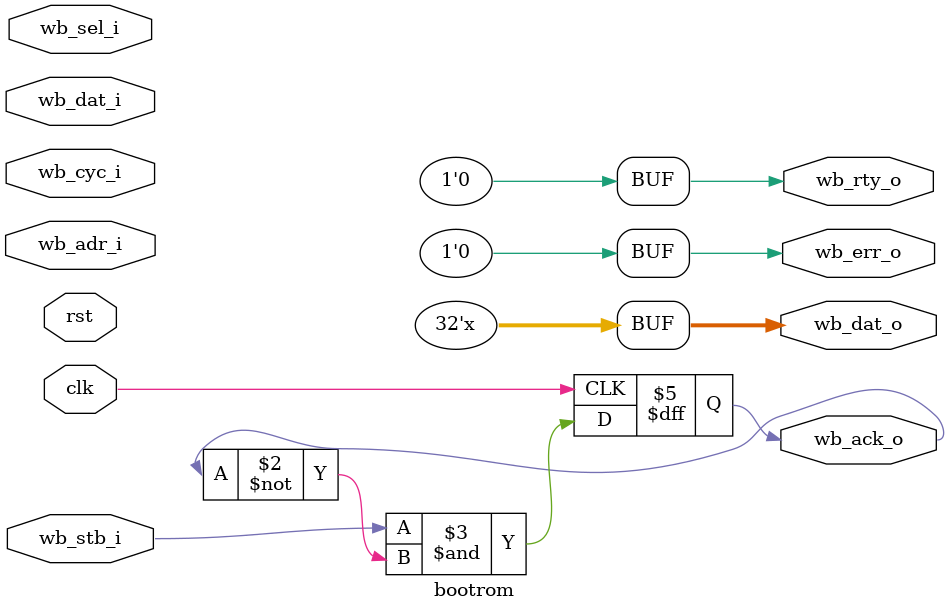
<source format=sv>

/* Copyright (c) 2019-2020 by the author(s)
 *
 * Permission is hereby granted, free of charge, to any person obtaining a copy
 * of this software and associated documentation files (the "Software"), to deal
 * in the Software without restriction, including without limitation the rights
 * to use, copy, modify, merge, publish, distribute, sublicense, and/or sell
 * copies of the Software, and to permit persons to whom the Software is
 * furnished to do so, subject to the following conditions:
 *
 * The above copyright notice and this permission notice shall be included in
 * all copies or substantial portions of the Software.
 *
 * THE SOFTWARE IS PROVIDED "AS IS", WITHOUT WARRANTY OF ANY KIND, EXPRESS OR
 * IMPLIED, INCLUDING BUT NOT LIMITED TO THE WARRANTIES OF MERCHANTABILITY,
 * FITNESS FOR A PARTICULAR PURPOSE AND NONINFRINGEMENT. IN NO EVENT SHALL THE
 * AUTHORS OR COPYRIGHT HOLDERS BE LIABLE FOR ANY CLAIM, DAMAGES OR OTHER
 * LIABILITY, WHETHER IN AN ACTION OF CONTRACT, TORT OR OTHERWISE, ARISING FROM,
 * OUT OF OR IN CONNECTION WITH THE SOFTWARE OR THE USE OR OTHER DEALINGS IN
 * THE SOFTWARE.
 *
 * =============================================================================
 * Author(s):
 *   Paco Reina Campo <pacoreinacampo@queenfield.tech>
 */

module bootrom #(
  parameter AW = 32,
  parameter DW = 32
) (
  input clk,
  input rst,

  input      [AW-1:0] wb_adr_i,
  input      [DW-1:0] wb_dat_i,
  input               wb_cyc_i,
  input               wb_stb_i,
  input      [   3:0] wb_sel_i,
  output reg [DW-1:0] wb_dat_o,
  output reg          wb_ack_o,
  output              wb_err_o,
  output              wb_rty_o
);

  ////////////////////////////////////////////////////////////////
  //
  // Module Body
  //
  always @(posedge clk) begin
    wb_ack_o <= wb_stb_i & ~wb_ack_o;
  end

  assign wb_err_o = 1'b0;
  assign wb_rty_o = 1'b0;

  always @(*) begin
    case (wb_adr_i[7:2])
      `include "bootrom_code.sv"
      default: wb_dat_o = 32'hx;
    endcase
  end
endmodule

</source>
